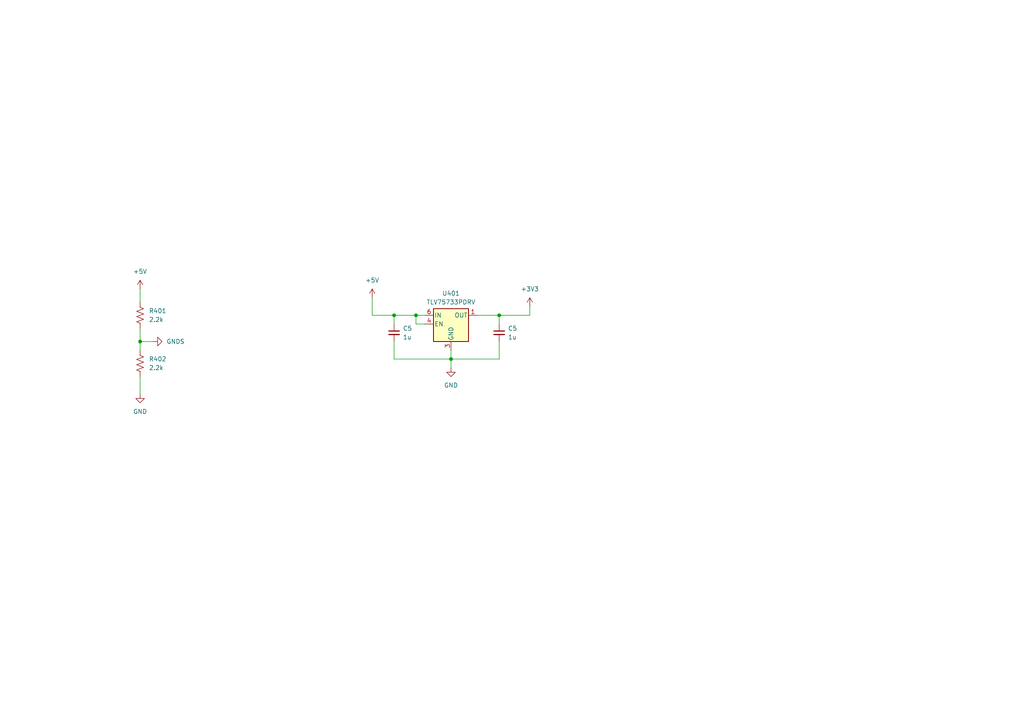
<source format=kicad_sch>
(kicad_sch (version 20230121) (generator eeschema)

  (uuid 437bddca-613c-46db-a52f-de2796da250d)

  (paper "A4")

  (lib_symbols
    (symbol "Device:C_Small" (pin_numbers hide) (pin_names (offset 0.254) hide) (in_bom yes) (on_board yes)
      (property "Reference" "C" (at 0.254 1.778 0)
        (effects (font (size 1.27 1.27)) (justify left))
      )
      (property "Value" "C_Small" (at 0.254 -2.032 0)
        (effects (font (size 1.27 1.27)) (justify left))
      )
      (property "Footprint" "" (at 0 0 0)
        (effects (font (size 1.27 1.27)) hide)
      )
      (property "Datasheet" "~" (at 0 0 0)
        (effects (font (size 1.27 1.27)) hide)
      )
      (property "ki_keywords" "capacitor cap" (at 0 0 0)
        (effects (font (size 1.27 1.27)) hide)
      )
      (property "ki_description" "Unpolarized capacitor, small symbol" (at 0 0 0)
        (effects (font (size 1.27 1.27)) hide)
      )
      (property "ki_fp_filters" "C_*" (at 0 0 0)
        (effects (font (size 1.27 1.27)) hide)
      )
      (symbol "C_Small_0_1"
        (polyline
          (pts
            (xy -1.524 -0.508)
            (xy 1.524 -0.508)
          )
          (stroke (width 0.3302) (type default))
          (fill (type none))
        )
        (polyline
          (pts
            (xy -1.524 0.508)
            (xy 1.524 0.508)
          )
          (stroke (width 0.3048) (type default))
          (fill (type none))
        )
      )
      (symbol "C_Small_1_1"
        (pin passive line (at 0 2.54 270) (length 2.032)
          (name "~" (effects (font (size 1.27 1.27))))
          (number "1" (effects (font (size 1.27 1.27))))
        )
        (pin passive line (at 0 -2.54 90) (length 2.032)
          (name "~" (effects (font (size 1.27 1.27))))
          (number "2" (effects (font (size 1.27 1.27))))
        )
      )
    )
    (symbol "Device:R_US" (pin_numbers hide) (pin_names (offset 0)) (in_bom yes) (on_board yes)
      (property "Reference" "R" (at 2.54 0 90)
        (effects (font (size 1.27 1.27)))
      )
      (property "Value" "R_US" (at -2.54 0 90)
        (effects (font (size 1.27 1.27)))
      )
      (property "Footprint" "" (at 1.016 -0.254 90)
        (effects (font (size 1.27 1.27)) hide)
      )
      (property "Datasheet" "~" (at 0 0 0)
        (effects (font (size 1.27 1.27)) hide)
      )
      (property "ki_keywords" "R res resistor" (at 0 0 0)
        (effects (font (size 1.27 1.27)) hide)
      )
      (property "ki_description" "Resistor, US symbol" (at 0 0 0)
        (effects (font (size 1.27 1.27)) hide)
      )
      (property "ki_fp_filters" "R_*" (at 0 0 0)
        (effects (font (size 1.27 1.27)) hide)
      )
      (symbol "R_US_0_1"
        (polyline
          (pts
            (xy 0 -2.286)
            (xy 0 -2.54)
          )
          (stroke (width 0) (type default))
          (fill (type none))
        )
        (polyline
          (pts
            (xy 0 2.286)
            (xy 0 2.54)
          )
          (stroke (width 0) (type default))
          (fill (type none))
        )
        (polyline
          (pts
            (xy 0 -0.762)
            (xy 1.016 -1.143)
            (xy 0 -1.524)
            (xy -1.016 -1.905)
            (xy 0 -2.286)
          )
          (stroke (width 0) (type default))
          (fill (type none))
        )
        (polyline
          (pts
            (xy 0 0.762)
            (xy 1.016 0.381)
            (xy 0 0)
            (xy -1.016 -0.381)
            (xy 0 -0.762)
          )
          (stroke (width 0) (type default))
          (fill (type none))
        )
        (polyline
          (pts
            (xy 0 2.286)
            (xy 1.016 1.905)
            (xy 0 1.524)
            (xy -1.016 1.143)
            (xy 0 0.762)
          )
          (stroke (width 0) (type default))
          (fill (type none))
        )
      )
      (symbol "R_US_1_1"
        (pin passive line (at 0 3.81 270) (length 1.27)
          (name "~" (effects (font (size 1.27 1.27))))
          (number "1" (effects (font (size 1.27 1.27))))
        )
        (pin passive line (at 0 -3.81 90) (length 1.27)
          (name "~" (effects (font (size 1.27 1.27))))
          (number "2" (effects (font (size 1.27 1.27))))
        )
      )
    )
    (symbol "Regulator_Linear:TLV75733PDRV" (pin_names (offset 0.254)) (in_bom yes) (on_board yes)
      (property "Reference" "U" (at -3.81 5.715 0)
        (effects (font (size 1.27 1.27)))
      )
      (property "Value" "TLV75733PDRV" (at 0 5.715 0)
        (effects (font (size 1.27 1.27)) (justify left))
      )
      (property "Footprint" "Package_SON:WSON-6-1EP_2x2mm_P0.65mm_EP1x1.6mm" (at 0 8.255 0)
        (effects (font (size 1.27 1.27) italic) hide)
      )
      (property "Datasheet" "https://www.ti.com/lit/ds/symlink/tlv757p.pdf" (at 0 1.27 0)
        (effects (font (size 1.27 1.27)) hide)
      )
      (property "ki_keywords" "LDO Regulator Fixed Positive" (at 0 0 0)
        (effects (font (size 1.27 1.27)) hide)
      )
      (property "ki_description" "1A Low IQ Small Size Low Dropout Voltage Regulator, Fixed Output 3.3V, WSON6" (at 0 0 0)
        (effects (font (size 1.27 1.27)) hide)
      )
      (property "ki_fp_filters" "WSON*1EP*2x2mm*P0.65mm*" (at 0 0 0)
        (effects (font (size 1.27 1.27)) hide)
      )
      (symbol "TLV75733PDRV_0_1"
        (rectangle (start -5.08 4.445) (end 5.08 -5.08)
          (stroke (width 0.254) (type default))
          (fill (type background))
        )
      )
      (symbol "TLV75733PDRV_1_1"
        (pin power_out line (at 7.62 2.54 180) (length 2.54)
          (name "OUT" (effects (font (size 1.27 1.27))))
          (number "1" (effects (font (size 1.27 1.27))))
        )
        (pin no_connect line (at 5.08 0 180) (length 2.54) hide
          (name "NC" (effects (font (size 1.27 1.27))))
          (number "2" (effects (font (size 1.27 1.27))))
        )
        (pin power_in line (at 0 -7.62 90) (length 2.54)
          (name "GND" (effects (font (size 1.27 1.27))))
          (number "3" (effects (font (size 1.27 1.27))))
        )
        (pin input line (at -7.62 0 0) (length 2.54)
          (name "EN" (effects (font (size 1.27 1.27))))
          (number "4" (effects (font (size 1.27 1.27))))
        )
        (pin no_connect line (at 5.08 -2.54 180) (length 2.54) hide
          (name "NC" (effects (font (size 1.27 1.27))))
          (number "5" (effects (font (size 1.27 1.27))))
        )
        (pin power_in line (at -7.62 2.54 0) (length 2.54)
          (name "IN" (effects (font (size 1.27 1.27))))
          (number "6" (effects (font (size 1.27 1.27))))
        )
        (pin passive line (at 0 -7.62 90) (length 2.54) hide
          (name "GND" (effects (font (size 1.27 1.27))))
          (number "7" (effects (font (size 1.27 1.27))))
        )
      )
    )
    (symbol "power:+3V3" (power) (pin_names (offset 0)) (in_bom yes) (on_board yes)
      (property "Reference" "#PWR" (at 0 -3.81 0)
        (effects (font (size 1.27 1.27)) hide)
      )
      (property "Value" "+3V3" (at 0 3.556 0)
        (effects (font (size 1.27 1.27)))
      )
      (property "Footprint" "" (at 0 0 0)
        (effects (font (size 1.27 1.27)) hide)
      )
      (property "Datasheet" "" (at 0 0 0)
        (effects (font (size 1.27 1.27)) hide)
      )
      (property "ki_keywords" "global power" (at 0 0 0)
        (effects (font (size 1.27 1.27)) hide)
      )
      (property "ki_description" "Power symbol creates a global label with name \"+3V3\"" (at 0 0 0)
        (effects (font (size 1.27 1.27)) hide)
      )
      (symbol "+3V3_0_1"
        (polyline
          (pts
            (xy -0.762 1.27)
            (xy 0 2.54)
          )
          (stroke (width 0) (type default))
          (fill (type none))
        )
        (polyline
          (pts
            (xy 0 0)
            (xy 0 2.54)
          )
          (stroke (width 0) (type default))
          (fill (type none))
        )
        (polyline
          (pts
            (xy 0 2.54)
            (xy 0.762 1.27)
          )
          (stroke (width 0) (type default))
          (fill (type none))
        )
      )
      (symbol "+3V3_1_1"
        (pin power_in line (at 0 0 90) (length 0) hide
          (name "+3V3" (effects (font (size 1.27 1.27))))
          (number "1" (effects (font (size 1.27 1.27))))
        )
      )
    )
    (symbol "power:+5V" (power) (pin_names (offset 0)) (in_bom yes) (on_board yes)
      (property "Reference" "#PWR" (at 0 -3.81 0)
        (effects (font (size 1.27 1.27)) hide)
      )
      (property "Value" "+5V" (at 0 3.556 0)
        (effects (font (size 1.27 1.27)))
      )
      (property "Footprint" "" (at 0 0 0)
        (effects (font (size 1.27 1.27)) hide)
      )
      (property "Datasheet" "" (at 0 0 0)
        (effects (font (size 1.27 1.27)) hide)
      )
      (property "ki_keywords" "global power" (at 0 0 0)
        (effects (font (size 1.27 1.27)) hide)
      )
      (property "ki_description" "Power symbol creates a global label with name \"+5V\"" (at 0 0 0)
        (effects (font (size 1.27 1.27)) hide)
      )
      (symbol "+5V_0_1"
        (polyline
          (pts
            (xy -0.762 1.27)
            (xy 0 2.54)
          )
          (stroke (width 0) (type default))
          (fill (type none))
        )
        (polyline
          (pts
            (xy 0 0)
            (xy 0 2.54)
          )
          (stroke (width 0) (type default))
          (fill (type none))
        )
        (polyline
          (pts
            (xy 0 2.54)
            (xy 0.762 1.27)
          )
          (stroke (width 0) (type default))
          (fill (type none))
        )
      )
      (symbol "+5V_1_1"
        (pin power_in line (at 0 0 90) (length 0) hide
          (name "+5V" (effects (font (size 1.27 1.27))))
          (number "1" (effects (font (size 1.27 1.27))))
        )
      )
    )
    (symbol "power:GND" (power) (pin_names (offset 0)) (in_bom yes) (on_board yes)
      (property "Reference" "#PWR" (at 0 -6.35 0)
        (effects (font (size 1.27 1.27)) hide)
      )
      (property "Value" "GND" (at 0 -3.81 0)
        (effects (font (size 1.27 1.27)))
      )
      (property "Footprint" "" (at 0 0 0)
        (effects (font (size 1.27 1.27)) hide)
      )
      (property "Datasheet" "" (at 0 0 0)
        (effects (font (size 1.27 1.27)) hide)
      )
      (property "ki_keywords" "global power" (at 0 0 0)
        (effects (font (size 1.27 1.27)) hide)
      )
      (property "ki_description" "Power symbol creates a global label with name \"GND\" , ground" (at 0 0 0)
        (effects (font (size 1.27 1.27)) hide)
      )
      (symbol "GND_0_1"
        (polyline
          (pts
            (xy 0 0)
            (xy 0 -1.27)
            (xy 1.27 -1.27)
            (xy 0 -2.54)
            (xy -1.27 -1.27)
            (xy 0 -1.27)
          )
          (stroke (width 0) (type default))
          (fill (type none))
        )
      )
      (symbol "GND_1_1"
        (pin power_in line (at 0 0 270) (length 0) hide
          (name "GND" (effects (font (size 1.27 1.27))))
          (number "1" (effects (font (size 1.27 1.27))))
        )
      )
    )
    (symbol "power:GNDS" (power) (pin_names (offset 0)) (in_bom yes) (on_board yes)
      (property "Reference" "#PWR" (at 0 -6.35 0)
        (effects (font (size 1.27 1.27)) hide)
      )
      (property "Value" "GNDS" (at 0 -3.81 0)
        (effects (font (size 1.27 1.27)))
      )
      (property "Footprint" "" (at 0 0 0)
        (effects (font (size 1.27 1.27)) hide)
      )
      (property "Datasheet" "" (at 0 0 0)
        (effects (font (size 1.27 1.27)) hide)
      )
      (property "ki_keywords" "global power" (at 0 0 0)
        (effects (font (size 1.27 1.27)) hide)
      )
      (property "ki_description" "Power symbol creates a global label with name \"GNDS\" , signal ground" (at 0 0 0)
        (effects (font (size 1.27 1.27)) hide)
      )
      (symbol "GNDS_0_1"
        (polyline
          (pts
            (xy 0 0)
            (xy 0 -1.27)
            (xy 1.27 -1.27)
            (xy 0 -2.54)
            (xy -1.27 -1.27)
            (xy 0 -1.27)
          )
          (stroke (width 0) (type default))
          (fill (type none))
        )
      )
      (symbol "GNDS_1_1"
        (pin power_in line (at 0 0 270) (length 0) hide
          (name "GNDS" (effects (font (size 1.27 1.27))))
          (number "1" (effects (font (size 1.27 1.27))))
        )
      )
    )
  )

  (junction (at 144.78 91.44) (diameter 0) (color 0 0 0 0)
    (uuid 65ba6013-1746-42b9-86c4-e1dfa654bb19)
  )
  (junction (at 40.64 99.06) (diameter 0) (color 0 0 0 0)
    (uuid 673153e3-3f6e-452d-9ba4-76b13d6d06c8)
  )
  (junction (at 130.81 104.14) (diameter 0) (color 0 0 0 0)
    (uuid 973b5477-bd61-41ac-b94e-0c5336b06326)
  )
  (junction (at 120.65 91.44) (diameter 0) (color 0 0 0 0)
    (uuid fc850d28-a836-47c6-b677-39b635636096)
  )
  (junction (at 114.3 91.44) (diameter 0) (color 0 0 0 0)
    (uuid fe804670-6b07-4436-b8c7-340fbea5d6ea)
  )

  (wire (pts (xy 107.95 86.36) (xy 107.95 91.44))
    (stroke (width 0) (type default))
    (uuid 13bb37d4-b37f-4b93-b19d-561f7879d46c)
  )
  (wire (pts (xy 114.3 99.06) (xy 114.3 104.14))
    (stroke (width 0) (type default))
    (uuid 14ccf220-0df2-4a6a-93e0-0c83d04714f5)
  )
  (wire (pts (xy 114.3 91.44) (xy 120.65 91.44))
    (stroke (width 0) (type default))
    (uuid 1dad04ed-d0b9-4d72-a8b3-033834a0fdd2)
  )
  (wire (pts (xy 107.95 91.44) (xy 114.3 91.44))
    (stroke (width 0) (type default))
    (uuid 22df02bd-ec0a-44d6-a4fa-5d5b78c198bd)
  )
  (wire (pts (xy 153.67 88.9) (xy 153.67 91.44))
    (stroke (width 0) (type default))
    (uuid 304367e3-7dfe-47cd-81b1-c6d49488feb1)
  )
  (wire (pts (xy 144.78 91.44) (xy 144.78 93.98))
    (stroke (width 0) (type default))
    (uuid 342c0193-3d94-46ab-b9ab-bb866bf42646)
  )
  (wire (pts (xy 40.64 95.25) (xy 40.64 99.06))
    (stroke (width 0) (type default))
    (uuid 35e8aa22-9956-42f9-b434-572916f04bba)
  )
  (wire (pts (xy 120.65 93.98) (xy 123.19 93.98))
    (stroke (width 0) (type default))
    (uuid 46628723-95ae-475f-babd-09909c41d53d)
  )
  (wire (pts (xy 40.64 83.82) (xy 40.64 87.63))
    (stroke (width 0) (type default))
    (uuid 517589a1-8947-4892-8cd2-e3a6c89544fb)
  )
  (wire (pts (xy 144.78 104.14) (xy 144.78 99.06))
    (stroke (width 0) (type default))
    (uuid 545fadd0-e2d3-49ea-8488-56bed892a154)
  )
  (wire (pts (xy 40.64 99.06) (xy 40.64 101.6))
    (stroke (width 0) (type default))
    (uuid 552f8a3e-b668-4404-98d4-c59320ec7e08)
  )
  (wire (pts (xy 120.65 91.44) (xy 123.19 91.44))
    (stroke (width 0) (type default))
    (uuid 5d598156-b8d8-417a-beea-abdd937e92e1)
  )
  (wire (pts (xy 153.67 91.44) (xy 144.78 91.44))
    (stroke (width 0) (type default))
    (uuid 61c07063-616e-4853-b3ab-d4287715cb8b)
  )
  (wire (pts (xy 120.65 91.44) (xy 120.65 93.98))
    (stroke (width 0) (type default))
    (uuid 71f64be1-5bad-4966-ad5b-87c7c9636a9f)
  )
  (wire (pts (xy 114.3 104.14) (xy 130.81 104.14))
    (stroke (width 0) (type default))
    (uuid 9815f000-6193-4e5c-917b-42312ab5db09)
  )
  (wire (pts (xy 130.81 106.68) (xy 130.81 104.14))
    (stroke (width 0) (type default))
    (uuid 9d3da285-ec30-4263-917e-b741322a6e26)
  )
  (wire (pts (xy 130.81 104.14) (xy 144.78 104.14))
    (stroke (width 0) (type default))
    (uuid c457bb44-384a-4406-99ae-47b378edc783)
  )
  (wire (pts (xy 114.3 91.44) (xy 114.3 93.98))
    (stroke (width 0) (type default))
    (uuid c86e23f9-d2b8-469b-9f45-a989017fc16d)
  )
  (wire (pts (xy 138.43 91.44) (xy 144.78 91.44))
    (stroke (width 0) (type default))
    (uuid ca61c43d-6844-4176-ac51-2717b4ab9bc8)
  )
  (wire (pts (xy 40.64 99.06) (xy 44.45 99.06))
    (stroke (width 0) (type default))
    (uuid cd6dfc8f-59b2-4c34-93d2-ee47379ff292)
  )
  (wire (pts (xy 40.64 109.22) (xy 40.64 114.3))
    (stroke (width 0) (type default))
    (uuid cff5015b-4874-4704-a22a-bc60f104eaa8)
  )
  (wire (pts (xy 130.81 101.6) (xy 130.81 104.14))
    (stroke (width 0) (type default))
    (uuid de7bab02-0b7c-40cb-8d61-686460a25238)
  )

  (symbol (lib_id "Device:R_US") (at 40.64 91.44 0) (unit 1)
    (in_bom yes) (on_board yes) (dnp no) (fields_autoplaced)
    (uuid 02be2932-d7bb-43c2-94ad-4bbf0fcd8524)
    (property "Reference" "R401" (at 43.18 90.17 0)
      (effects (font (size 1.27 1.27)) (justify left))
    )
    (property "Value" "2.2k" (at 43.18 92.71 0)
      (effects (font (size 1.27 1.27)) (justify left))
    )
    (property "Footprint" "Resistor_SMD:R_0402_1005Metric_Pad0.72x0.64mm_HandSolder" (at 41.656 91.694 90)
      (effects (font (size 1.27 1.27)) hide)
    )
    (property "Datasheet" "~" (at 40.64 91.44 0)
      (effects (font (size 1.27 1.27)) hide)
    )
    (pin "1" (uuid d3883473-a4fe-4780-9414-570114425187))
    (pin "2" (uuid c95cbf65-2f4d-40ed-87f4-739b84a5e336))
    (instances
      (project "AudioAmp"
        (path "/7c40bb6d-39d1-4b91-a2f2-a85e74d3b158/54f4758a-8b57-4618-8682-2393a00ecf13"
          (reference "R401") (unit 1)
        )
      )
    )
  )

  (symbol (lib_id "Regulator_Linear:TLV75733PDRV") (at 130.81 93.98 0) (unit 1)
    (in_bom yes) (on_board yes) (dnp no) (fields_autoplaced)
    (uuid 105d0848-035d-4e9d-b3c1-ff77c1ee51e4)
    (property "Reference" "U401" (at 130.81 85.09 0)
      (effects (font (size 1.27 1.27)))
    )
    (property "Value" "TLV75733PDRV" (at 130.81 87.63 0)
      (effects (font (size 1.27 1.27)))
    )
    (property "Footprint" "Package_SON:WSON-6-1EP_2x2mm_P0.65mm_EP1x1.6mm" (at 130.81 85.725 0)
      (effects (font (size 1.27 1.27) italic) hide)
    )
    (property "Datasheet" "https://www.ti.com/lit/ds/symlink/tlv757p.pdf" (at 130.81 92.71 0)
      (effects (font (size 1.27 1.27)) hide)
    )
    (pin "1" (uuid 72b57057-e401-4114-90b4-ada099f904b5))
    (pin "2" (uuid 4f4da917-4f36-4ea3-ad30-28b9ba326b85))
    (pin "3" (uuid 2e3d7f92-504b-4436-a1ab-ff95696d508d))
    (pin "4" (uuid 51587704-775b-4f3e-91f4-c2da989d9ef1))
    (pin "5" (uuid 46caa617-5fb8-445c-bbdd-c753a628e979))
    (pin "6" (uuid 1e95c84d-347c-4e2a-8e7a-9ea0053cb273))
    (pin "7" (uuid 93e71c82-2f0e-4da3-b044-0b27aadecd78))
    (instances
      (project "AudioAmp"
        (path "/7c40bb6d-39d1-4b91-a2f2-a85e74d3b158/54f4758a-8b57-4618-8682-2393a00ecf13"
          (reference "U401") (unit 1)
        )
      )
    )
  )

  (symbol (lib_id "Device:C_Small") (at 144.78 96.52 0) (unit 1)
    (in_bom yes) (on_board yes) (dnp no) (fields_autoplaced)
    (uuid 262e8249-9d8b-4d82-abf5-c140733a1071)
    (property "Reference" "C5" (at 147.32 95.2563 0)
      (effects (font (size 1.27 1.27)) (justify left))
    )
    (property "Value" "1u" (at 147.32 97.7963 0)
      (effects (font (size 1.27 1.27)) (justify left))
    )
    (property "Footprint" "Capacitor_SMD:C_0603_1608Metric_Pad1.08x0.95mm_HandSolder" (at 144.78 96.52 0)
      (effects (font (size 1.27 1.27)) hide)
    )
    (property "Datasheet" "~" (at 144.78 96.52 0)
      (effects (font (size 1.27 1.27)) hide)
    )
    (pin "1" (uuid fed2d1b8-93a4-4853-98a8-80ee2166229d))
    (pin "2" (uuid 3d922292-de9d-48fd-8f9d-0cbf5fb1883a))
    (instances
      (project "AudioAmp"
        (path "/7c40bb6d-39d1-4b91-a2f2-a85e74d3b158/43b83324-4b5b-4a32-9c48-137538d62584"
          (reference "C5") (unit 1)
        )
        (path "/7c40bb6d-39d1-4b91-a2f2-a85e74d3b158/54f4758a-8b57-4618-8682-2393a00ecf13"
          (reference "C402") (unit 1)
        )
      )
    )
  )

  (symbol (lib_id "Device:R_US") (at 40.64 105.41 0) (unit 1)
    (in_bom yes) (on_board yes) (dnp no) (fields_autoplaced)
    (uuid 2f7642c9-c433-4aba-aa57-b245af835774)
    (property "Reference" "R402" (at 43.18 104.14 0)
      (effects (font (size 1.27 1.27)) (justify left))
    )
    (property "Value" "2.2k" (at 43.18 106.68 0)
      (effects (font (size 1.27 1.27)) (justify left))
    )
    (property "Footprint" "Resistor_SMD:R_0402_1005Metric_Pad0.72x0.64mm_HandSolder" (at 41.656 105.664 90)
      (effects (font (size 1.27 1.27)) hide)
    )
    (property "Datasheet" "~" (at 40.64 105.41 0)
      (effects (font (size 1.27 1.27)) hide)
    )
    (pin "1" (uuid a011f578-930e-443a-b13d-79470fa5cd3c))
    (pin "2" (uuid f6a59160-91c3-4577-ad58-a45bd44b7ad0))
    (instances
      (project "AudioAmp"
        (path "/7c40bb6d-39d1-4b91-a2f2-a85e74d3b158/54f4758a-8b57-4618-8682-2393a00ecf13"
          (reference "R402") (unit 1)
        )
      )
    )
  )

  (symbol (lib_id "power:+5V") (at 40.64 83.82 0) (unit 1)
    (in_bom yes) (on_board yes) (dnp no) (fields_autoplaced)
    (uuid 440c79ec-5326-463b-8ed7-42214a641064)
    (property "Reference" "#PWR02" (at 40.64 87.63 0)
      (effects (font (size 1.27 1.27)) hide)
    )
    (property "Value" "+5V" (at 40.64 78.74 0)
      (effects (font (size 1.27 1.27)))
    )
    (property "Footprint" "" (at 40.64 83.82 0)
      (effects (font (size 1.27 1.27)) hide)
    )
    (property "Datasheet" "" (at 40.64 83.82 0)
      (effects (font (size 1.27 1.27)) hide)
    )
    (pin "1" (uuid a3a7a976-098d-4493-bf12-dafb3283814d))
    (instances
      (project "AudioAmp"
        (path "/7c40bb6d-39d1-4b91-a2f2-a85e74d3b158/97bd80ce-01ef-4bab-aca5-9a0417b7661d"
          (reference "#PWR02") (unit 1)
        )
        (path "/7c40bb6d-39d1-4b91-a2f2-a85e74d3b158/d9f22c81-3656-48f7-9541-e4fbc6f14548"
          (reference "#PWR024") (unit 1)
        )
        (path "/7c40bb6d-39d1-4b91-a2f2-a85e74d3b158/54f4758a-8b57-4618-8682-2393a00ecf13"
          (reference "#PWR0401") (unit 1)
        )
      )
    )
  )

  (symbol (lib_id "power:+5V") (at 107.95 86.36 0) (unit 1)
    (in_bom yes) (on_board yes) (dnp no) (fields_autoplaced)
    (uuid 4593f2a7-10ef-40c2-a887-f34e7115e4f4)
    (property "Reference" "#PWR02" (at 107.95 90.17 0)
      (effects (font (size 1.27 1.27)) hide)
    )
    (property "Value" "+5V" (at 107.95 81.28 0)
      (effects (font (size 1.27 1.27)))
    )
    (property "Footprint" "" (at 107.95 86.36 0)
      (effects (font (size 1.27 1.27)) hide)
    )
    (property "Datasheet" "" (at 107.95 86.36 0)
      (effects (font (size 1.27 1.27)) hide)
    )
    (pin "1" (uuid 0d508eb5-f003-4e41-a4bf-1992924376d1))
    (instances
      (project "AudioAmp"
        (path "/7c40bb6d-39d1-4b91-a2f2-a85e74d3b158/97bd80ce-01ef-4bab-aca5-9a0417b7661d"
          (reference "#PWR02") (unit 1)
        )
        (path "/7c40bb6d-39d1-4b91-a2f2-a85e74d3b158/54f4758a-8b57-4618-8682-2393a00ecf13"
          (reference "#PWR0404") (unit 1)
        )
      )
    )
  )

  (symbol (lib_id "Device:C_Small") (at 114.3 96.52 0) (unit 1)
    (in_bom yes) (on_board yes) (dnp no) (fields_autoplaced)
    (uuid 861feb50-28e6-4a9c-b768-c2585ea10673)
    (property "Reference" "C5" (at 116.84 95.2563 0)
      (effects (font (size 1.27 1.27)) (justify left))
    )
    (property "Value" "1u" (at 116.84 97.7963 0)
      (effects (font (size 1.27 1.27)) (justify left))
    )
    (property "Footprint" "Capacitor_SMD:C_0603_1608Metric_Pad1.08x0.95mm_HandSolder" (at 114.3 96.52 0)
      (effects (font (size 1.27 1.27)) hide)
    )
    (property "Datasheet" "~" (at 114.3 96.52 0)
      (effects (font (size 1.27 1.27)) hide)
    )
    (pin "1" (uuid 9bf968dd-6ce1-41e8-96f3-c070edcf9452))
    (pin "2" (uuid f1a90f68-a6a6-4767-91ac-ee61d7131231))
    (instances
      (project "AudioAmp"
        (path "/7c40bb6d-39d1-4b91-a2f2-a85e74d3b158/43b83324-4b5b-4a32-9c48-137538d62584"
          (reference "C5") (unit 1)
        )
        (path "/7c40bb6d-39d1-4b91-a2f2-a85e74d3b158/54f4758a-8b57-4618-8682-2393a00ecf13"
          (reference "C401") (unit 1)
        )
      )
    )
  )

  (symbol (lib_id "power:+3V3") (at 153.67 88.9 0) (unit 1)
    (in_bom yes) (on_board yes) (dnp no) (fields_autoplaced)
    (uuid 8c2b4ce8-b7d4-4ab1-80a0-f5319e63fcd2)
    (property "Reference" "#PWR05" (at 153.67 92.71 0)
      (effects (font (size 1.27 1.27)) hide)
    )
    (property "Value" "+3V3" (at 153.67 83.82 0)
      (effects (font (size 1.27 1.27)))
    )
    (property "Footprint" "" (at 153.67 88.9 0)
      (effects (font (size 1.27 1.27)) hide)
    )
    (property "Datasheet" "" (at 153.67 88.9 0)
      (effects (font (size 1.27 1.27)) hide)
    )
    (pin "1" (uuid 3e1ef5cf-032d-484a-88b0-6bee377ed438))
    (instances
      (project "AudioAmp"
        (path "/7c40bb6d-39d1-4b91-a2f2-a85e74d3b158/43b83324-4b5b-4a32-9c48-137538d62584"
          (reference "#PWR05") (unit 1)
        )
        (path "/7c40bb6d-39d1-4b91-a2f2-a85e74d3b158/a1522adb-b069-4654-adbe-5870e517e080"
          (reference "#PWR018") (unit 1)
        )
        (path "/7c40bb6d-39d1-4b91-a2f2-a85e74d3b158/d9f22c81-3656-48f7-9541-e4fbc6f14548"
          (reference "#PWR05") (unit 1)
        )
        (path "/7c40bb6d-39d1-4b91-a2f2-a85e74d3b158/54f4758a-8b57-4618-8682-2393a00ecf13"
          (reference "#PWR0406") (unit 1)
        )
      )
    )
  )

  (symbol (lib_id "power:GND") (at 130.81 106.68 0) (unit 1)
    (in_bom yes) (on_board yes) (dnp no) (fields_autoplaced)
    (uuid 92c06897-3431-42cd-9e4c-829d0f1e9dbc)
    (property "Reference" "#PWR014" (at 130.81 113.03 0)
      (effects (font (size 1.27 1.27)) hide)
    )
    (property "Value" "GND" (at 130.81 111.76 0)
      (effects (font (size 1.27 1.27)))
    )
    (property "Footprint" "" (at 130.81 106.68 0)
      (effects (font (size 1.27 1.27)) hide)
    )
    (property "Datasheet" "" (at 130.81 106.68 0)
      (effects (font (size 1.27 1.27)) hide)
    )
    (pin "1" (uuid 7c0a8b3c-fbde-4acd-94d5-b93710eadf57))
    (instances
      (project "AudioAmp"
        (path "/7c40bb6d-39d1-4b91-a2f2-a85e74d3b158/43b83324-4b5b-4a32-9c48-137538d62584"
          (reference "#PWR014") (unit 1)
        )
        (path "/7c40bb6d-39d1-4b91-a2f2-a85e74d3b158/54f4758a-8b57-4618-8682-2393a00ecf13"
          (reference "#PWR0405") (unit 1)
        )
      )
    )
  )

  (symbol (lib_id "power:GND") (at 40.64 114.3 0) (unit 1)
    (in_bom yes) (on_board yes) (dnp no) (fields_autoplaced)
    (uuid b16f793e-39ec-414c-a4f5-ce523709a1b4)
    (property "Reference" "#PWR011" (at 40.64 120.65 0)
      (effects (font (size 1.27 1.27)) hide)
    )
    (property "Value" "GND" (at 40.64 119.38 0)
      (effects (font (size 1.27 1.27)))
    )
    (property "Footprint" "" (at 40.64 114.3 0)
      (effects (font (size 1.27 1.27)) hide)
    )
    (property "Datasheet" "" (at 40.64 114.3 0)
      (effects (font (size 1.27 1.27)) hide)
    )
    (pin "1" (uuid efaa27c6-35b1-4ea6-b3dc-8aa11dc58539))
    (instances
      (project "AudioAmp"
        (path "/7c40bb6d-39d1-4b91-a2f2-a85e74d3b158/97bd80ce-01ef-4bab-aca5-9a0417b7661d"
          (reference "#PWR011") (unit 1)
        )
        (path "/7c40bb6d-39d1-4b91-a2f2-a85e74d3b158/54f4758a-8b57-4618-8682-2393a00ecf13"
          (reference "#PWR0402") (unit 1)
        )
      )
    )
  )

  (symbol (lib_id "power:GNDS") (at 44.45 99.06 90) (unit 1)
    (in_bom yes) (on_board yes) (dnp no) (fields_autoplaced)
    (uuid ef2b8b91-7776-4450-a5ba-ea1e4baac9df)
    (property "Reference" "#PWR07" (at 50.8 99.06 0)
      (effects (font (size 1.27 1.27)) hide)
    )
    (property "Value" "GNDS" (at 48.26 99.06 90)
      (effects (font (size 1.27 1.27)) (justify right))
    )
    (property "Footprint" "" (at 44.45 99.06 0)
      (effects (font (size 1.27 1.27)) hide)
    )
    (property "Datasheet" "" (at 44.45 99.06 0)
      (effects (font (size 1.27 1.27)) hide)
    )
    (pin "1" (uuid 9d8855b0-8fb3-4a75-9869-b4aa72ddc1fc))
    (instances
      (project "AudioAmp"
        (path "/7c40bb6d-39d1-4b91-a2f2-a85e74d3b158/97bd80ce-01ef-4bab-aca5-9a0417b7661d"
          (reference "#PWR07") (unit 1)
        )
        (path "/7c40bb6d-39d1-4b91-a2f2-a85e74d3b158/54f4758a-8b57-4618-8682-2393a00ecf13"
          (reference "#PWR0403") (unit 1)
        )
      )
    )
  )
)

</source>
